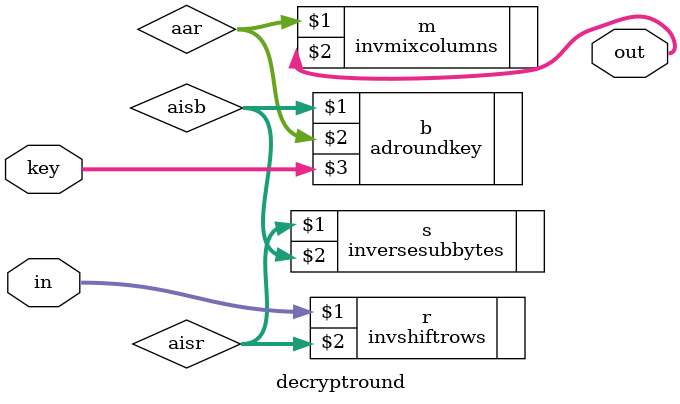
<source format=v>
module decryptround(in,key,out);
input [127:0] in;
output [127:0] out;
input [127:0] key;
wire [127:0] aisb;
wire [127:0] aisr;
wire [127:0] aimx;
wire [127:0] aar;

invshiftrows r(in,aisr);
inversesubbytes s(aisr,aisb);
adroundkey b(aisb,aar,key);
invmixcolumns m(aar,out);
		
endmodule
</source>
